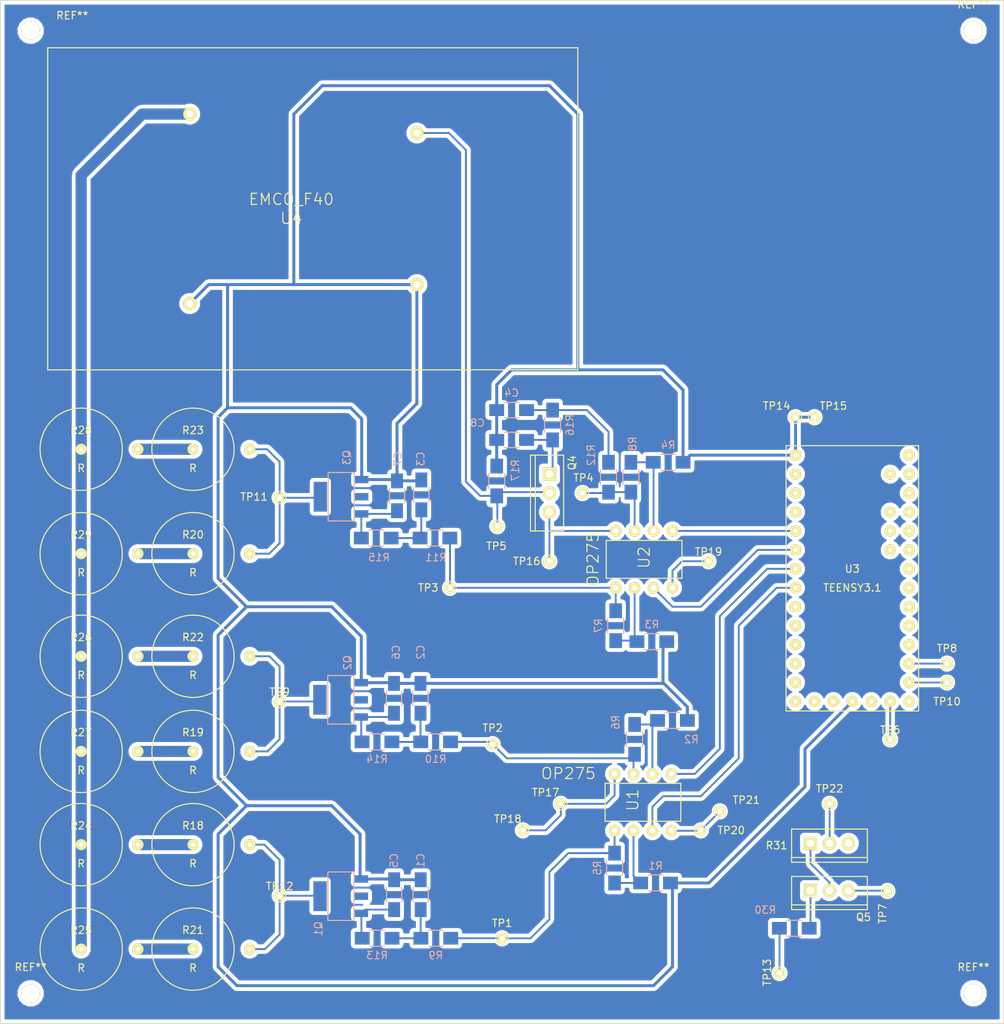
<source format=kicad_pcb>
(kicad_pcb (version 4) (host pcbnew "(2014-10-31 BZR 5247)-product")
  (layers (0 F.Cu signal hide) (31 B.Cu signal) (34 B.Paste user) (35 F.Paste user) (36 B.SilkS user) (37 F.SilkS user) (38 B.Mask user) (39 F.Mask user) (44 Edge.Cuts user))
  (net 0 "")
  (net 1 "Net-(C1-Pad1)")
  (net 2 GND)
  (net 3 "Net-(C2-Pad1)")
  (net 4 "Net-(C3-Pad1)")
  (net 5 "Net-(C4-Pad1)")
  (net 6 "Net-(C5-Pad1)")
  (net 7 "Net-(C6-Pad1)")
  (net 8 "Net-(C7-Pad1)")
  (net 9 "Net-(C8-Pad1)")
  (net 10 +12V)
  (net 11 "Net-(Q4-Pad3)")
  (net 12 "Net-(R1-Pad2)")
  (net 13 "Net-(R2-Pad2)")
  (net 14 "Net-(R3-Pad2)")
  (net 15 "Net-(R4-Pad2)")
  (net 16 "Net-(R5-Pad1)")
  (net 17 "Net-(R10-Pad2)")
  (net 18 "Net-(R11-Pad2)")
  (net 19 "Net-(R12-Pad2)")
  (net 20 "Net-(R18-Pad1)")
  (net 21 "Net-(R19-Pad1)")
  (net 22 "Net-(R20-Pad1)")
  (net 23 "Net-(R21-Pad1)")
  (net 24 "Net-(R22-Pad1)")
  (net 25 "Net-(R23-Pad1)")
  (net 26 "Net-(R24-Pad1)")
  (net 27 "Net-(U1-Pad3)")
  (net 28 -12V)
  (net 29 "Net-(U1-Pad5)")
  (net 30 "Net-(U2-Pad3)")
  (net 31 "Net-(U2-Pad5)")
  (net 32 "Net-(Q5-Pad3)")
  (net 33 "Net-(Q5-Pad1)")
  (net 34 +5V)
  (net 35 "Net-(R31-Pad3)")
  (net 36 "Net-(U3-Pad2)")
  (net 37 "Net-(U3-Pad3)")
  (net 38 "Net-(U3-Pad4)")
  (net 39 "Net-(U3-Pad9)")
  (net 40 "Net-(U3-Pad10)")
  (net 41 "Net-(U3-Pad11)")
  (net 42 "Net-(U3-Pad12)")
  (net 43 "Net-(U3-Pad13)")
  (net 44 "Net-(U3-Pad14)")
  (net 45 "Net-(U3-Pad15)")
  (net 46 "Net-(U3-Pad16)")
  (net 47 "Net-(U3-Pad18)")
  (net 48 "Net-(U3-Pad20)")
  (net 49 "Net-(U3-Pad23)")
  (net 50 "Net-(U3-Pad24)")
  (net 51 "Net-(U3-Pad25)")
  (net 52 "Net-(U3-Pad26)")
  (net 53 "Net-(U3-Pad27)")
  (net 54 "Net-(U3-Pad28)")
  (net 55 "Net-(U3-Pad29)")
  (net 56 "Net-(U3-Pad30)")
  (net 57 "Net-(U3-Pad31)")
  (net 58 "Net-(U3-Pad32)")
  (net 59 "Net-(U3-Pad33)")
  (net 60 "Net-(Q1-Pad2)")
  (net 61 "Net-(Q2-Pad2)")
  (net 62 "Net-(Q3-Pad2)")
  (net 63 "Net-(Q5-Pad2)")
  (net 64 "Net-(R30-Pad2)")
  (net 65 "Net-(TP6-Pad1)")
  (net 66 "Net-(TP8-Pad1)")
  (net 67 "Net-(TP10-Pad1)")
  (module Capacitors_SMD:C_1206_HandSoldering (layer B.Cu) (at 79.244 152.896 90)
    (fp_text reference C1 (at 4.572 0 90) (layer B.SilkS) (effects (justify mirror)))
    (fp_text value C)
    (pad 1 smd rect (at -2 0 90) (size 2 1.6) (layers B.Cu B.Paste B.Mask) (net 1 "Net-(C1-Pad1)"))
    (pad 2 smd rect (at 2 0 90) (size 2 1.6) (layers B.Cu B.Paste B.Mask) (net 2 GND))
  )
  (module Capacitors_SMD:C_1206_HandSoldering (layer B.Cu) (at 79.224 126.575 90)
    (fp_text reference C2 (at 6.179 0.024 90) (layer B.SilkS) (effects (justify mirror)))
    (fp_text value C)
    (pad 1 smd rect (at -2 0 90) (size 2 1.6) (layers B.Cu B.Paste B.Mask) (net 3 "Net-(C2-Pad1)"))
    (pad 2 smd rect (at 2 0 90) (size 2 1.6) (layers B.Cu B.Paste B.Mask) (net 2 GND))
  )
  (module Capacitors_SMD:C_1206_HandSoldering (layer B.Cu) (at 79.335 99.305 90)
    (fp_text reference C3 (at 4.817 -0.087 90) (layer B.SilkS) (effects (justify mirror)))
    (fp_text value C)
    (pad 1 smd rect (at -2 0 90) (size 2 1.6) (layers B.Cu B.Paste B.Mask) (net 4 "Net-(C3-Pad1)"))
    (pad 2 smd rect (at 2 0 90) (size 2 1.6) (layers B.Cu B.Paste B.Mask) (net 2 GND))
  )
  (module Capacitors_SMD:C_1206_HandSoldering (layer B.Cu) (at 91.45 87.94 180)
    (fp_text reference C4 (at 0 2.3 180) (layer B.SilkS) (effects (justify mirror)))
    (fp_text value C)
    (pad 1 smd rect (at -2 0 180) (size 2 1.6) (layers B.Cu B.Paste B.Mask) (net 5 "Net-(C4-Pad1)"))
    (pad 2 smd rect (at 2 0 180) (size 2 1.6) (layers B.Cu B.Paste B.Mask) (net 2 GND))
  )
  (module Capacitors_SMD:C_1206_HandSoldering (layer B.Cu) (at 75.688 152.896 90)
    (fp_text reference C5 (at 4.572 0 90) (layer B.SilkS) (effects (justify mirror)))
    (fp_text value C)
    (pad 1 smd rect (at -2 0 90) (size 2 1.6) (layers B.Cu B.Paste B.Mask) (net 6 "Net-(C5-Pad1)"))
    (pad 2 smd rect (at 2 0 90) (size 2 1.6) (layers B.Cu B.Paste B.Mask) (net 2 GND))
  )
  (module Capacitors_SMD:C_1206_HandSoldering (layer B.Cu) (at 75.668 126.575 90)
    (fp_text reference C6 (at 6.179 0.278 90) (layer B.SilkS) (effects (justify mirror)))
    (fp_text value C)
    (pad 1 smd rect (at -2 0 90) (size 2 1.6) (layers B.Cu B.Paste B.Mask) (net 7 "Net-(C6-Pad1)"))
    (pad 2 smd rect (at 2 0 90) (size 2 1.6) (layers B.Cu B.Paste B.Mask) (net 2 GND))
  )
  (module Capacitors_SMD:C_1206_HandSoldering (layer B.Cu) (at 76.073 99.431 90)
    (fp_text reference C7 (at 4.943 0.127 90) (layer B.SilkS) (effects (justify mirror)))
    (fp_text value C)
    (pad 1 smd rect (at -2 0 90) (size 2 1.6) (layers B.Cu B.Paste B.Mask) (net 8 "Net-(C7-Pad1)"))
    (pad 2 smd rect (at 2 0 90) (size 2 1.6) (layers B.Cu B.Paste B.Mask) (net 2 GND))
  )
  (module Capacitors_SMD:C_1206_HandSoldering (layer B.Cu) (at 91.45 91.94 180)
    (fp_text reference C8 (at 4.582 2.278 180) (layer B.SilkS) (effects (justify mirror)))
    (fp_text value C)
    (pad 1 smd rect (at -2 0 180) (size 2 1.6) (layers B.Cu B.Paste B.Mask) (net 9 "Net-(C8-Pad1)"))
    (pad 2 smd rect (at 2 0 180) (size 2 1.6) (layers B.Cu B.Paste B.Mask) (net 2 GND))
  )
  (module teensy:STN0214 (layer B.Cu) (at 66.798 149.848 270)
    (fp_text reference Q1 (at 7.632 1.266 270) (layer B.SilkS) (effects (justify mirror)))
    (fp_text value STN0214 hide)
    (pad 4 smd rect (at 3.25 1.05 270) (size 4 1.8) (layers B.Cu B.Paste B.Mask) (net 60 "Net-(Q1-Pad2)"))
    (pad 1 smd rect (at 0.95 -4.5 270) (size 1 1.8) (layers B.Cu B.Paste B.Mask) (net 2 GND))
    (pad 2 smd rect (at 3.25 -4.5 270) (size 1 1.8) (layers B.Cu B.Paste B.Mask) (net 60 "Net-(Q1-Pad2)"))
    (pad 3 smd rect (at 5.55 -4.5 270) (size 1 1.8) (layers B.Cu B.Paste B.Mask) (net 6 "Net-(C5-Pad1)"))
  )
  (module teensy:STN0214 (layer B.Cu) (at 66.778 123.527 270)
    (fp_text reference Q2 (at -1.722 -2.652 270) (layer B.SilkS) (effects (justify mirror)))
    (fp_text value STN0214 hide)
    (pad 4 smd rect (at 3.25 1.05 270) (size 4 1.8) (layers B.Cu B.Paste B.Mask) (net 61 "Net-(Q2-Pad2)"))
    (pad 1 smd rect (at 0.95 -4.5 270) (size 1 1.8) (layers B.Cu B.Paste B.Mask) (net 2 GND))
    (pad 2 smd rect (at 3.25 -4.5 270) (size 1 1.8) (layers B.Cu B.Paste B.Mask) (net 61 "Net-(Q2-Pad2)"))
    (pad 3 smd rect (at 5.55 -4.5 270) (size 1 1.8) (layers B.Cu B.Paste B.Mask) (net 7 "Net-(C6-Pad1)"))
  )
  (module teensy:STN0214 (layer B.Cu) (at 66.835 96.305 270)
    (fp_text reference Q3 (at -2 -2.5 270) (layer B.SilkS) (effects (justify mirror)))
    (fp_text value STN0214 hide)
    (pad 4 smd rect (at 3.25 1.05 270) (size 4 1.8) (layers B.Cu B.Paste B.Mask) (net 62 "Net-(Q3-Pad2)"))
    (pad 1 smd rect (at 0.95 -4.5 270) (size 1 1.8) (layers B.Cu B.Paste B.Mask) (net 2 GND))
    (pad 2 smd rect (at 3.25 -4.5 270) (size 1 1.8) (layers B.Cu B.Paste B.Mask) (net 62 "Net-(Q3-Pad2)"))
    (pad 3 smd rect (at 5.55 -4.5 270) (size 1 1.8) (layers B.Cu B.Paste B.Mask) (net 8 "Net-(C7-Pad1)"))
  )
  (module Resistors_SMD:R_1206_HandSoldering (layer B.Cu) (at 110.76 151.325 180)
    (fp_text reference R1 (at 0 2.3 180) (layer B.SilkS) (effects (justify mirror)))
    (fp_text value R)
    (pad 1 smd rect (at -2 0 180) (size 2 1.7) (layers B.Cu B.Paste B.Mask) (net 2 GND))
    (pad 2 smd rect (at 2 0 180) (size 2 1.7) (layers B.Cu B.Paste B.Mask) (net 12 "Net-(R1-Pad2)"))
  )
  (module Resistors_SMD:R_1206_HandSoldering (layer B.Cu) (at 113.03 129.54 180)
    (fp_text reference R2 (at -2.54 -2.54 180) (layer B.SilkS) (effects (justify mirror)))
    (fp_text value R)
    (pad 1 smd rect (at -2 0 180) (size 2 1.7) (layers B.Cu B.Paste B.Mask) (net 2 GND))
    (pad 2 smd rect (at 2 0 180) (size 2 1.7) (layers B.Cu B.Paste B.Mask) (net 13 "Net-(R2-Pad2)"))
  )
  (module Resistors_SMD:R_1206_HandSoldering (layer B.Cu) (at 110.26 118.975 180)
    (fp_text reference R3 (at 0 2.3 180) (layer B.SilkS) (effects (justify mirror)))
    (fp_text value R)
    (pad 1 smd rect (at -2 0 180) (size 2 1.7) (layers B.Cu B.Paste B.Mask) (net 2 GND))
    (pad 2 smd rect (at 2 0 180) (size 2 1.7) (layers B.Cu B.Paste B.Mask) (net 14 "Net-(R3-Pad2)"))
  )
  (module Resistors_SMD:R_1206_HandSoldering (layer B.Cu) (at 112.45 94.94 180)
    (fp_text reference R4 (at 0 2.3 180) (layer B.SilkS) (effects (justify mirror)))
    (fp_text value R)
    (pad 1 smd rect (at -2 0 180) (size 2 1.7) (layers B.Cu B.Paste B.Mask) (net 2 GND))
    (pad 2 smd rect (at 2 0 180) (size 2 1.7) (layers B.Cu B.Paste B.Mask) (net 15 "Net-(R4-Pad2)"))
  )
  (module Resistors_SMD:R_1206_HandSoldering (layer B.Cu) (at 105.26 149.325 270)
    (fp_text reference R5 (at 0 2.3 270) (layer B.SilkS) (effects (justify mirror)))
    (fp_text value R)
    (pad 1 smd rect (at -2 0 270) (size 2 1.7) (layers B.Cu B.Paste B.Mask) (net 16 "Net-(R5-Pad1)"))
    (pad 2 smd rect (at 2 0 270) (size 2 1.7) (layers B.Cu B.Paste B.Mask) (net 12 "Net-(R1-Pad2)"))
  )
  (module Resistors_SMD:R_1206_HandSoldering (layer B.Cu) (at 107.95 132.08 90)
    (fp_text reference R6 (at 2.286 -2.54 90) (layer B.SilkS) (effects (justify mirror)))
    (fp_text value R)
    (pad 1 smd rect (at -2 0 90) (size 2 1.7) (layers B.Cu B.Paste B.Mask) (net 17 "Net-(R10-Pad2)"))
    (pad 2 smd rect (at 2 0 90) (size 2 1.7) (layers B.Cu B.Paste B.Mask) (net 13 "Net-(R2-Pad2)"))
  )
  (module Resistors_SMD:R_1206_HandSoldering (layer B.Cu) (at 105.41 116.84 270)
    (fp_text reference R7 (at 0 2.3 270) (layer B.SilkS) (effects (justify mirror)))
    (fp_text value R)
    (pad 1 smd rect (at -2 0 270) (size 2 1.7) (layers B.Cu B.Paste B.Mask) (net 18 "Net-(R11-Pad2)"))
    (pad 2 smd rect (at 2 0 270) (size 2 1.7) (layers B.Cu B.Paste B.Mask) (net 14 "Net-(R3-Pad2)"))
  )
  (module Resistors_SMD:R_1206_HandSoldering (layer B.Cu) (at 107.45 96.94 90)
    (fp_text reference R8 (at 4.484 0.246 90) (layer B.SilkS) (effects (justify mirror)))
    (fp_text value R)
    (pad 1 smd rect (at -2 0 90) (size 2 1.7) (layers B.Cu B.Paste B.Mask) (net 19 "Net-(R12-Pad2)"))
    (pad 2 smd rect (at 2 0 90) (size 2 1.7) (layers B.Cu B.Paste B.Mask) (net 15 "Net-(R4-Pad2)"))
  )
  (module Resistors_SMD:R_1206_HandSoldering (layer B.Cu) (at 81.276 158.738)
    (fp_text reference R9 (at 0 2.3) (layer B.SilkS) (effects (justify mirror)))
    (fp_text value R)
    (pad 1 smd rect (at -2 0) (size 2 1.7) (layers B.Cu B.Paste B.Mask) (net 1 "Net-(C1-Pad1)"))
    (pad 2 smd rect (at 2 0) (size 2 1.7) (layers B.Cu B.Paste B.Mask) (net 16 "Net-(R5-Pad1)"))
  )
  (module Resistors_SMD:R_1206_HandSoldering (layer B.Cu) (at 81.256 132.417)
    (fp_text reference R10 (at 0 2.3) (layer B.SilkS) (effects (justify mirror)))
    (fp_text value R)
    (pad 1 smd rect (at -2 0) (size 2 1.7) (layers B.Cu B.Paste B.Mask) (net 3 "Net-(C2-Pad1)"))
    (pad 2 smd rect (at 2 0) (size 2 1.7) (layers B.Cu B.Paste B.Mask) (net 17 "Net-(R10-Pad2)"))
  )
  (module Resistors_SMD:R_1206_HandSoldering (layer B.Cu) (at 81.161 105.091)
    (fp_text reference R11 (at 0.119 2.605) (layer B.SilkS) (effects (justify mirror)))
    (fp_text value R)
    (pad 1 smd rect (at -2 0) (size 2 1.7) (layers B.Cu B.Paste B.Mask) (net 4 "Net-(C3-Pad1)"))
    (pad 2 smd rect (at 2 0) (size 2 1.7) (layers B.Cu B.Paste B.Mask) (net 18 "Net-(R11-Pad2)"))
  )
  (module Resistors_SMD:R_1206_HandSoldering (layer B.Cu) (at 104.45 96.94 270)
    (fp_text reference R12 (at -2.96 2.342 270) (layer B.SilkS) (effects (justify mirror)))
    (fp_text value R)
    (pad 1 smd rect (at -2 0 270) (size 2 1.7) (layers B.Cu B.Paste B.Mask) (net 5 "Net-(C4-Pad1)"))
    (pad 2 smd rect (at 2 0 270) (size 2 1.7) (layers B.Cu B.Paste B.Mask) (net 19 "Net-(R12-Pad2)"))
  )
  (module Resistors_SMD:R_1206_HandSoldering (layer B.Cu) (at 73.402 158.738)
    (fp_text reference R13 (at 0 2.3) (layer B.SilkS) (effects (justify mirror)))
    (fp_text value R)
    (pad 1 smd rect (at -2 0) (size 2 1.7) (layers B.Cu B.Paste B.Mask) (net 6 "Net-(C5-Pad1)"))
    (pad 2 smd rect (at 2 0) (size 2 1.7) (layers B.Cu B.Paste B.Mask) (net 1 "Net-(C1-Pad1)"))
  )
  (module Resistors_SMD:R_1206_HandSoldering (layer B.Cu) (at 73.382 132.417)
    (fp_text reference R14 (at 0 2.3) (layer B.SilkS) (effects (justify mirror)))
    (fp_text value R)
    (pad 1 smd rect (at -2 0) (size 2 1.7) (layers B.Cu B.Paste B.Mask) (net 7 "Net-(C6-Pad1)"))
    (pad 2 smd rect (at 2 0) (size 2 1.7) (layers B.Cu B.Paste B.Mask) (net 3 "Net-(C2-Pad1)"))
  )
  (module Resistors_SMD:R_1206_HandSoldering (layer B.Cu) (at 73.287 105.091)
    (fp_text reference R15 (at 0.373 2.605) (layer B.SilkS) (effects (justify mirror)))
    (fp_text value R)
    (pad 1 smd rect (at -2 0) (size 2 1.7) (layers B.Cu B.Paste B.Mask) (net 8 "Net-(C7-Pad1)"))
    (pad 2 smd rect (at 2 0) (size 2 1.7) (layers B.Cu B.Paste B.Mask) (net 4 "Net-(C3-Pad1)"))
  )
  (module Resistors_SMD:R_1206_HandSoldering (layer B.Cu) (at 96.95 89.94 90)
    (fp_text reference R16 (at 0 2.3 90) (layer B.SilkS) (effects (justify mirror)))
    (fp_text value R)
    (pad 1 smd rect (at -2 0 90) (size 2 1.7) (layers B.Cu B.Paste B.Mask) (net 9 "Net-(C8-Pad1)"))
    (pad 2 smd rect (at 2 0 90) (size 2 1.7) (layers B.Cu B.Paste B.Mask) (net 5 "Net-(C4-Pad1)"))
  )
  (module Resistors_SMD:R_1206_HandSoldering (layer B.Cu) (at 89.45 97.44 90)
    (fp_text reference R17 (at 1.428 2.498 90) (layer B.SilkS) (effects (justify mirror)))
    (fp_text value R)
    (pad 1 smd rect (at -2 0 90) (size 2 1.7) (layers B.Cu B.Paste B.Mask) (net 11 "Net-(Q4-Pad3)"))
    (pad 2 smd rect (at 2 0 90) (size 2 1.7) (layers B.Cu B.Paste B.Mask) (net 2 GND))
  )
  (module Connect:PINTST (layer F.Cu) (at 90.17 158.75)
    (fp_text reference TP1 (at 0 -2.032) (layer F.SilkS))
    (fp_text value TP)
    (pad 1 thru_hole circle (at 0 0) (size 1.143 1.143) (drill 0.635) (layers *.Cu *.Mask F.SilkS) (net 16 "Net-(R5-Pad1)"))
  )
  (module Connect:PINTST (layer F.Cu) (at 88.9 132.715)
    (fp_text reference TP2 (at 0 -2.159) (layer F.SilkS))
    (fp_text value TP)
    (pad 1 thru_hole circle (at 0 0) (size 1.143 1.143) (drill 0.635) (layers *.Cu *.Mask F.SilkS) (net 17 "Net-(R10-Pad2)"))
  )
  (module Connect:PINTST (layer F.Cu) (at 83.185 111.76)
    (fp_text reference TP3 (at -2.921 0) (layer F.SilkS))
    (fp_text value Test_point)
    (pad 1 thru_hole circle (at 0 0) (size 1.143 1.143) (drill 0.635) (layers *.Cu *.Mask F.SilkS) (net 18 "Net-(R11-Pad2)"))
  )
  (module Connect:PINTST (layer F.Cu) (at 100.965 99.06)
    (fp_text reference TP4 (at 0.127 -2.032) (layer F.SilkS))
    (fp_text value TP)
    (pad 1 thru_hole circle (at 0 0) (size 1.143 1.143) (drill 0.635) (layers *.Cu *.Mask F.SilkS) (net 19 "Net-(R12-Pad2)"))
  )
  (module Connect:PINTST (layer F.Cu) (at 89.535 103.505)
    (fp_text reference TP5 (at -0.127 2.667) (layer F.SilkS))
    (fp_text value "")
    (pad 1 thru_hole circle (at 0 0) (size 1.143 1.143) (drill 0.635) (layers *.Cu *.Mask F.SilkS) (net 11 "Net-(Q4-Pad3)"))
  )
  (module teensy:OpAmp (layer F.Cu) (at 105.26 144.325 90)
    (fp_text reference U1 (at 4.117 2.436 90) (layer F.SilkS) (effects (font (size 1.5 1.5))))
    (fp_text value OP275 (at 7.673 -6.2 180) (layer F.SilkS) (effects (font (size 1.5 1.5))))
    (pad 1 thru_hole circle (at 0 0 90) (size 1.524 1.524) (drill 0.762) (layers *.Cu *.Mask F.SilkS) (net 16 "Net-(R5-Pad1)"))
    (pad 2 thru_hole circle (at 0 2.54 90) (size 1.524 1.524) (drill 0.762) (layers *.Cu *.Mask F.SilkS) (net 12 "Net-(R1-Pad2)"))
    (pad 3 thru_hole circle (at 0 5.08 90) (size 1.524 1.524) (drill 0.762) (layers *.Cu *.Mask F.SilkS) (net 27 "Net-(U1-Pad3)"))
    (pad 4 thru_hole circle (at 0 7.62 90) (size 1.524 1.524) (drill 0.762) (layers *.Cu *.Mask F.SilkS) (net 28 -12V))
    (pad 8 thru_hole circle (at 7.62 0 90) (size 1.524 1.524) (drill 0.762) (layers *.Cu *.Mask F.SilkS) (net 10 +12V))
    (pad 7 thru_hole circle (at 7.62 2.54 90) (size 1.524 1.524) (drill 0.762) (layers *.Cu *.Mask F.SilkS) (net 17 "Net-(R10-Pad2)"))
    (pad 6 thru_hole circle (at 7.62 5.08 90) (size 1.524 1.524) (drill 0.762) (layers *.Cu *.Mask F.SilkS) (net 13 "Net-(R2-Pad2)"))
    (pad 5 thru_hole circle (at 7.62 7.62 90) (size 1.524 1.524) (drill 0.762) (layers *.Cu *.Mask F.SilkS) (net 29 "Net-(U1-Pad5)"))
  )
  (module teensy:OpAmp (layer F.Cu) (at 105.41 111.76 90)
    (fp_text reference U2 (at 4.064 3.81 90) (layer F.SilkS) (effects (font (size 1.5 1.5))))
    (fp_text value OP275 (at 3.81 -3.048 90) (layer F.SilkS) (effects (font (size 1.5 1.5))))
    (pad 1 thru_hole circle (at 0 0 90) (size 1.524 1.524) (drill 0.762) (layers *.Cu *.Mask F.SilkS) (net 18 "Net-(R11-Pad2)"))
    (pad 2 thru_hole circle (at 0 2.54 90) (size 1.524 1.524) (drill 0.762) (layers *.Cu *.Mask F.SilkS) (net 14 "Net-(R3-Pad2)"))
    (pad 3 thru_hole circle (at 0 5.08 90) (size 1.524 1.524) (drill 0.762) (layers *.Cu *.Mask F.SilkS) (net 30 "Net-(U2-Pad3)"))
    (pad 4 thru_hole circle (at 0 7.62 90) (size 1.524 1.524) (drill 0.762) (layers *.Cu *.Mask F.SilkS) (net 28 -12V))
    (pad 8 thru_hole circle (at 7.62 0 90) (size 1.524 1.524) (drill 0.762) (layers *.Cu *.Mask F.SilkS) (net 10 +12V))
    (pad 7 thru_hole circle (at 7.62 2.54 90) (size 1.524 1.524) (drill 0.762) (layers *.Cu *.Mask F.SilkS) (net 19 "Net-(R12-Pad2)"))
    (pad 6 thru_hole circle (at 7.62 5.08 90) (size 1.524 1.524) (drill 0.762) (layers *.Cu *.Mask F.SilkS) (net 15 "Net-(R4-Pad2)"))
    (pad 5 thru_hole circle (at 7.62 7.62 90) (size 1.524 1.524) (drill 0.762) (layers *.Cu *.Mask F.SilkS) (net 31 "Net-(U2-Pad5)"))
  )
  (module teensy:EMCO_F40 (layer F.Cu) (at 78.74 50.8 180)
    (fp_text reference U4 (at 16.84 -11.43 180) (layer F.SilkS) (effects (font (size 1.5 1.5))))
    (fp_text value EMCO_F40 (at 16.84 -8.89 180) (layer F.SilkS) (effects (font (size 1.5 1.5))))
    (pad 1 thru_hole circle (at 0 0 180) (size 1.78 1.78) (drill 0.97) (layers *.Cu *.Mask F.SilkS) (net 11 "Net-(Q4-Pad3)"))
    (pad 2 thru_hole circle (at 0 -20.32 180) (size 1.78 1.78) (drill 0.97) (layers *.Cu *.Mask F.SilkS) (net 2 GND))
    (pad 4 thru_hole circle (at 30.48 -22.86 180) (size 1.78 1.78) (drill 0.97) (layers *.Cu *.Mask F.SilkS) (net 2 GND))
    (pad 3 thru_hole circle (at 30.48 2.54 180) (size 1.78 1.78) (drill 0.97) (layers *.Cu *.Mask F.SilkS) (net 26 "Net-(R24-Pad1)"))
  )
  (module Discret:TO220_VERT (layer F.Cu) (at 96.52 99.06 180)
    (fp_text reference Q4 (at -3.048 4.064 270) (layer F.SilkS))
    (fp_text value TIPXXX)
    (pad 2 thru_hole circle (at 0 -2.54 180) (size 1.778 1.778) (drill 1.016) (layers *.Cu *.Mask F.SilkS) (net 10 +12V))
    (pad 3 thru_hole circle (at 0 0 180) (size 1.778 1.778) (drill 1.016) (layers *.Cu *.Mask F.SilkS) (net 11 "Net-(Q4-Pad3)"))
    (pad 1 thru_hole rect (at 0 2.54 180) (size 1.778 1.778) (drill 1.016) (layers *.Cu *.Mask F.SilkS) (net 9 "Net-(C8-Pad1)"))
  )
  (module Discret:TO220_VERT (layer F.Cu) (at 134.09 152.36 270)
    (fp_text reference Q5 (at 3.556 -4.572 360) (layer F.SilkS))
    (fp_text value NPN)
    (pad 2 thru_hole circle (at 0 -2.54 270) (size 1.778 1.778) (drill 1.016) (layers *.Cu *.Mask F.SilkS) (net 63 "Net-(Q5-Pad2)"))
    (pad 3 thru_hole circle (at 0 0 270) (size 1.778 1.778) (drill 1.016) (layers *.Cu *.Mask F.SilkS) (net 32 "Net-(Q5-Pad3)"))
    (pad 1 thru_hole rect (at 0 2.54 270) (size 1.778 1.778) (drill 1.016) (layers *.Cu *.Mask F.SilkS) (net 33 "Net-(Q5-Pad1)"))
  )
  (module Resistors_SMD:R_1206_HandSoldering (layer B.Cu) (at 129.37 157.4 180)
    (fp_text reference R30 (at 3.894 2.46 180) (layer B.SilkS) (effects (justify mirror)))
    (fp_text value R)
    (pad 1 smd rect (at -2 0 180) (size 2 1.7) (layers B.Cu B.Paste B.Mask) (net 33 "Net-(Q5-Pad1)"))
    (pad 2 smd rect (at 2 0 180) (size 2 1.7) (layers B.Cu B.Paste B.Mask) (net 64 "Net-(R30-Pad2)"))
  )
  (module teensy:TEENSY3.1 (layer F.Cu) (at 137.16 111.76)
    (fp_text reference U3 (at 0 -2.54) (layer F.SilkS))
    (fp_text value TEENSY3.1 (at 0 0) (layer F.SilkS))
    (pad 1 thru_hole circle (at -7.62 -17.78) (size 1.5 1.5) (drill 0.6) (layers *.Cu *.Mask F.SilkS) (net 2 GND))
    (pad 2 thru_hole circle (at -7.62 -15.24) (size 1.5 1.5) (drill 0.6) (layers *.Cu *.Mask F.SilkS) (net 36 "Net-(U3-Pad2)"))
    (pad 3 thru_hole circle (at -7.62 -12.7) (size 1.5 1.5) (drill 0.6) (layers *.Cu *.Mask F.SilkS) (net 37 "Net-(U3-Pad3)"))
    (pad 4 thru_hole circle (at -7.62 -10.16) (size 1.5 1.5) (drill 0.6) (layers *.Cu *.Mask F.SilkS) (net 38 "Net-(U3-Pad4)"))
    (pad 5 thru_hole circle (at -7.62 -7.62) (size 1.5 1.5) (drill 0.6) (layers *.Cu *.Mask F.SilkS) (net 31 "Net-(U2-Pad5)"))
    (pad 6 thru_hole circle (at -7.62 -5.08) (size 1.5 1.5) (drill 0.6) (layers *.Cu *.Mask F.SilkS) (net 30 "Net-(U2-Pad3)"))
    (pad 7 thru_hole circle (at -7.62 -2.54) (size 1.5 1.5) (drill 0.6) (layers *.Cu *.Mask F.SilkS) (net 29 "Net-(U1-Pad5)"))
    (pad 8 thru_hole circle (at -7.62 0) (size 1.5 1.5) (drill 0.6) (layers *.Cu *.Mask F.SilkS) (net 27 "Net-(U1-Pad3)"))
    (pad 9 thru_hole circle (at -7.62 2.54) (size 1.5 1.5) (drill 0.6) (layers *.Cu *.Mask F.SilkS) (net 39 "Net-(U3-Pad9)"))
    (pad 10 thru_hole circle (at -7.62 5.08) (size 1.5 1.5) (drill 0.6) (layers *.Cu *.Mask F.SilkS) (net 40 "Net-(U3-Pad10)"))
    (pad 11 thru_hole circle (at -7.62 7.62) (size 1.5 1.5) (drill 0.6) (layers *.Cu *.Mask F.SilkS) (net 41 "Net-(U3-Pad11)"))
    (pad 12 thru_hole circle (at -7.62 10.16) (size 1.5 1.5) (drill 0.6) (layers *.Cu *.Mask F.SilkS) (net 42 "Net-(U3-Pad12)"))
    (pad 13 thru_hole circle (at -7.62 12.7) (size 1.5 1.5) (drill 0.6) (layers *.Cu *.Mask F.SilkS) (net 43 "Net-(U3-Pad13)"))
    (pad 14 thru_hole circle (at -7.62 15.24) (size 1.5 1.5) (drill 0.6) (layers *.Cu *.Mask F.SilkS) (net 44 "Net-(U3-Pad14)"))
    (pad 15 thru_hole circle (at -5.08 15.24) (size 1.5 1.5) (drill 0.6) (layers *.Cu *.Mask F.SilkS) (net 45 "Net-(U3-Pad15)"))
    (pad 16 thru_hole circle (at -2.54 15.24) (size 1.5 1.5) (drill 0.6) (layers *.Cu *.Mask F.SilkS) (net 46 "Net-(U3-Pad16)"))
    (pad 17 thru_hole circle (at 0 15.24) (size 1.5 1.5) (drill 0.6) (layers *.Cu *.Mask F.SilkS) (net 2 GND))
    (pad 18 thru_hole circle (at 2.54 15.24) (size 1.5 1.5) (drill 0.6) (layers *.Cu *.Mask F.SilkS) (net 47 "Net-(U3-Pad18)"))
    (pad 19 thru_hole circle (at 5.08 15.24) (size 1.5 1.5) (drill 0.6) (layers *.Cu *.Mask F.SilkS) (net 65 "Net-(TP6-Pad1)"))
    (pad 20 thru_hole circle (at 7.62 15.24) (size 1.5 1.5) (drill 0.6) (layers *.Cu *.Mask F.SilkS) (net 48 "Net-(U3-Pad20)"))
    (pad 21 thru_hole circle (at 7.62 12.7) (size 1.5 1.5) (drill 0.6) (layers *.Cu *.Mask F.SilkS) (net 67 "Net-(TP10-Pad1)"))
    (pad 22 thru_hole circle (at 7.62 10.16) (size 1.5 1.5) (drill 0.6) (layers *.Cu *.Mask F.SilkS) (net 66 "Net-(TP8-Pad1)"))
    (pad 23 thru_hole circle (at 7.62 7.62) (size 1.5 1.5) (drill 0.6) (layers *.Cu *.Mask F.SilkS) (net 49 "Net-(U3-Pad23)"))
    (pad 24 thru_hole circle (at 7.62 5.08) (size 1.5 1.5) (drill 0.6) (layers *.Cu *.Mask F.SilkS) (net 50 "Net-(U3-Pad24)"))
    (pad 25 thru_hole circle (at 7.62 2.54) (size 1.5 1.5) (drill 0.6) (layers *.Cu *.Mask F.SilkS) (net 51 "Net-(U3-Pad25)"))
    (pad 26 thru_hole circle (at 7.62 0) (size 1.5 1.5) (drill 0.6) (layers *.Cu *.Mask F.SilkS) (net 52 "Net-(U3-Pad26)"))
    (pad 27 thru_hole circle (at 7.62 -2.54) (size 1.5 1.5) (drill 0.6) (layers *.Cu *.Mask F.SilkS) (net 53 "Net-(U3-Pad27)"))
    (pad 28 thru_hole circle (at 7.62 -5.08) (size 1.5 1.5) (drill 0.6) (layers *.Cu *.Mask F.SilkS) (net 54 "Net-(U3-Pad28)"))
    (pad 29 thru_hole circle (at 7.62 -7.62) (size 1.5 1.5) (drill 0.6) (layers *.Cu *.Mask F.SilkS) (net 55 "Net-(U3-Pad29)"))
    (pad 30 thru_hole circle (at 7.62 -10.16) (size 1.5 1.5) (drill 0.6) (layers *.Cu *.Mask F.SilkS) (net 56 "Net-(U3-Pad30)"))
    (pad 31 thru_hole circle (at 7.62 -12.7) (size 1.5 1.5) (drill 0.6) (layers *.Cu *.Mask F.SilkS) (net 57 "Net-(U3-Pad31)"))
    (pad 32 thru_hole circle (at 7.62 -15.24) (size 1.5 1.5) (drill 0.6) (layers *.Cu *.Mask F.SilkS) (net 58 "Net-(U3-Pad32)"))
    (pad 33 thru_hole circle (at 7.62 -17.78) (size 1.5 1.5) (drill 0.6) (layers *.Cu *.Mask F.SilkS) (net 59 "Net-(U3-Pad33)"))
    (pad 34 thru_hole circle (at 5.08 -15.24) (size 1.5 1.5) (drill 0.6) (layers *.Cu *.Mask F.SilkS))
    (pad 35 thru_hole circle (at 5.08 -10.16) (size 1.5 1.5) (drill 0.6) (layers *.Cu *.Mask F.SilkS))
    (pad 36 thru_hole circle (at 5.08 -7.62) (size 1.5 1.5) (drill 0.6) (layers *.Cu *.Mask F.SilkS))
    (pad 37 thru_hole circle (at 5.08 -5.08) (size 1.5 1.5) (drill 0.6) (layers *.Cu *.Mask F.SilkS))
  )
  (module teensy:RES_1W (layer F.Cu) (at 48.7 146.19)
    (fp_text reference R18 (at 0 -2.54) (layer F.SilkS))
    (fp_text value R (at 0 2.54) (layer F.SilkS))
    (pad 1 thru_hole circle (at 0 0) (size 1.5 1.5) (drill 0.6) (layers *.Cu *.Mask F.SilkS) (net 20 "Net-(R18-Pad1)"))
    (pad 2 thru_hole circle (at 7.62 0) (size 1.5 1.5) (drill 0.6) (layers *.Cu *.Mask F.SilkS) (net 60 "Net-(Q1-Pad2)"))
  )
  (module teensy:RES_1W (layer F.Cu) (at 48.7 133.69)
    (fp_text reference R19 (at 0 -2.54) (layer F.SilkS))
    (fp_text value R (at 0 2.54) (layer F.SilkS))
    (pad 1 thru_hole circle (at 0 0) (size 1.5 1.5) (drill 0.6) (layers *.Cu *.Mask F.SilkS) (net 21 "Net-(R19-Pad1)"))
    (pad 2 thru_hole circle (at 7.62 0) (size 1.5 1.5) (drill 0.6) (layers *.Cu *.Mask F.SilkS) (net 61 "Net-(Q2-Pad2)"))
  )
  (module teensy:RES_1W (layer F.Cu) (at 48.7 107.19)
    (fp_text reference R20 (at 0 -2.54) (layer F.SilkS))
    (fp_text value R (at 0 2.54) (layer F.SilkS))
    (pad 1 thru_hole circle (at 0 0) (size 1.5 1.5) (drill 0.6) (layers *.Cu *.Mask F.SilkS) (net 22 "Net-(R20-Pad1)"))
    (pad 2 thru_hole circle (at 7.62 0) (size 1.5 1.5) (drill 0.6) (layers *.Cu *.Mask F.SilkS) (net 62 "Net-(Q3-Pad2)"))
  )
  (module teensy:RES_1W (layer F.Cu) (at 48.7 160.19)
    (fp_text reference R21 (at 0 -2.54) (layer F.SilkS))
    (fp_text value R (at 0 2.54) (layer F.SilkS))
    (pad 1 thru_hole circle (at 0 0) (size 1.5 1.5) (drill 0.6) (layers *.Cu *.Mask F.SilkS) (net 23 "Net-(R21-Pad1)"))
    (pad 2 thru_hole circle (at 7.62 0) (size 1.5 1.5) (drill 0.6) (layers *.Cu *.Mask F.SilkS) (net 60 "Net-(Q1-Pad2)"))
  )
  (module teensy:RES_1W (layer F.Cu) (at 48.7 120.94)
    (fp_text reference R22 (at 0 -2.54) (layer F.SilkS))
    (fp_text value R (at 0 2.54) (layer F.SilkS))
    (pad 1 thru_hole circle (at 0 0) (size 1.5 1.5) (drill 0.6) (layers *.Cu *.Mask F.SilkS) (net 24 "Net-(R22-Pad1)"))
    (pad 2 thru_hole circle (at 7.62 0) (size 1.5 1.5) (drill 0.6) (layers *.Cu *.Mask F.SilkS) (net 61 "Net-(Q2-Pad2)"))
  )
  (module teensy:RES_1W (layer F.Cu) (at 48.7 93.19)
    (fp_text reference R23 (at 0 -2.54) (layer F.SilkS))
    (fp_text value R (at 0 2.54) (layer F.SilkS))
    (pad 1 thru_hole circle (at 0 0) (size 1.5 1.5) (drill 0.6) (layers *.Cu *.Mask F.SilkS) (net 25 "Net-(R23-Pad1)"))
    (pad 2 thru_hole circle (at 7.62 0) (size 1.5 1.5) (drill 0.6) (layers *.Cu *.Mask F.SilkS) (net 62 "Net-(Q3-Pad2)"))
  )
  (module teensy:RES_1W (layer F.Cu) (at 33.7 146.19)
    (fp_text reference R24 (at 0 -2.54) (layer F.SilkS))
    (fp_text value R (at 0 2.54) (layer F.SilkS))
    (pad 1 thru_hole circle (at 0 0) (size 1.5 1.5) (drill 0.6) (layers *.Cu *.Mask F.SilkS) (net 26 "Net-(R24-Pad1)"))
    (pad 2 thru_hole circle (at 7.62 0) (size 1.5 1.5) (drill 0.6) (layers *.Cu *.Mask F.SilkS) (net 20 "Net-(R18-Pad1)"))
  )
  (module teensy:RES_1W (layer F.Cu) (at 33.7 160.19)
    (fp_text reference R25 (at 0 -2.54) (layer F.SilkS))
    (fp_text value R (at 0 2.54) (layer F.SilkS))
    (pad 1 thru_hole circle (at 0 0) (size 1.5 1.5) (drill 0.6) (layers *.Cu *.Mask F.SilkS) (net 26 "Net-(R24-Pad1)"))
    (pad 2 thru_hole circle (at 7.62 0) (size 1.5 1.5) (drill 0.6) (layers *.Cu *.Mask F.SilkS) (net 23 "Net-(R21-Pad1)"))
  )
  (module teensy:RES_1W (layer F.Cu) (at 33.7 120.94)
    (fp_text reference R26 (at 0 -2.54) (layer F.SilkS))
    (fp_text value R (at 0 2.54) (layer F.SilkS))
    (pad 1 thru_hole circle (at 0 0) (size 1.5 1.5) (drill 0.6) (layers *.Cu *.Mask F.SilkS) (net 26 "Net-(R24-Pad1)"))
    (pad 2 thru_hole circle (at 7.62 0) (size 1.5 1.5) (drill 0.6) (layers *.Cu *.Mask F.SilkS) (net 24 "Net-(R22-Pad1)"))
  )
  (module teensy:RES_1W (layer F.Cu) (at 33.7 133.69)
    (fp_text reference R27 (at 0 -2.54) (layer F.SilkS))
    (fp_text value R (at 0 2.54) (layer F.SilkS))
    (pad 1 thru_hole circle (at 0 0) (size 1.5 1.5) (drill 0.6) (layers *.Cu *.Mask F.SilkS) (net 26 "Net-(R24-Pad1)"))
    (pad 2 thru_hole circle (at 7.62 0) (size 1.5 1.5) (drill 0.6) (layers *.Cu *.Mask F.SilkS) (net 21 "Net-(R19-Pad1)"))
  )
  (module teensy:RES_1W (layer F.Cu) (at 33.7 93.19)
    (fp_text reference R28 (at 0 -2.54) (layer F.SilkS))
    (fp_text value R (at 0 2.54) (layer F.SilkS))
    (pad 1 thru_hole circle (at 0 0) (size 1.5 1.5) (drill 0.6) (layers *.Cu *.Mask F.SilkS) (net 26 "Net-(R24-Pad1)"))
    (pad 2 thru_hole circle (at 7.62 0) (size 1.5 1.5) (drill 0.6) (layers *.Cu *.Mask F.SilkS) (net 25 "Net-(R23-Pad1)"))
  )
  (module teensy:RES_1W (layer F.Cu) (at 33.7 107.19)
    (fp_text reference R29 (at 0 -2.54) (layer F.SilkS))
    (fp_text value R (at 0 2.54) (layer F.SilkS))
    (pad 1 thru_hole circle (at 0 0) (size 1.5 1.5) (drill 0.6) (layers *.Cu *.Mask F.SilkS) (net 26 "Net-(R24-Pad1)"))
    (pad 2 thru_hole circle (at 7.62 0) (size 1.5 1.5) (drill 0.6) (layers *.Cu *.Mask F.SilkS) (net 22 "Net-(R20-Pad1)"))
  )
  (module teensy:POT (layer F.Cu) (at 134.09 146.01 270)
    (fp_text reference R31 (at 0.294 7.09 360) (layer F.SilkS))
    (fp_text value POT)
    (pad 3 thru_hole circle (at 0 -2.54 270) (size 1.778 1.778) (drill 1.016) (layers *.Cu *.Mask F.SilkS) (net 35 "Net-(R31-Pad3)"))
    (pad 2 thru_hole circle (at 0 0 270) (size 1.778 1.778) (drill 1.016) (layers *.Cu *.Mask F.SilkS) (net 34 +5V))
    (pad 1 thru_hole rect (at 0 2.54 270) (size 1.778 1.778) (drill 1.016) (layers *.Cu *.Mask F.SilkS) (net 32 "Net-(Q5-Pad3)"))
  )
  (module Connect:PINTST (layer F.Cu) (at 142.24 132.08)
    (fp_text reference TP6 (at 0 -1.26746) (layer F.SilkS))
    (fp_text value Test_point)
    (pad 1 thru_hole circle (at 0 0) (size 1.143 1.143) (drill 0.635) (layers *.Cu *.Mask F.SilkS) (net 65 "Net-(TP6-Pad1)"))
  )
  (module Connect:PINTST (layer F.Cu) (at 141.87 152.4 90)
    (fp_text reference TP7 (at -3.048 -0.646 90) (layer F.SilkS))
    (fp_text value Test_point)
    (pad 1 thru_hole circle (at 0 0 90) (size 1.143 1.143) (drill 0.635) (layers *.Cu *.Mask F.SilkS) (net 63 "Net-(Q5-Pad2)"))
  )
  (module Connect:PINTST (layer F.Cu) (at 149.86 121.92)
    (fp_text reference TP8 (at 0 -2.032) (layer F.SilkS))
    (fp_text value A1)
    (pad 1 thru_hole circle (at 0 0) (size 1.143 1.143) (drill 0.635) (layers *.Cu *.Mask F.SilkS) (net 66 "Net-(TP8-Pad1)"))
  )
  (module Connect:PINTST (layer F.Cu) (at 60.325 127)
    (fp_text reference TP9 (at 0 -1.26746) (layer F.SilkS))
    (fp_text value Test_point)
    (pad 1 thru_hole circle (at 0 0) (size 1.143 1.143) (drill 0.635) (layers *.Cu *.Mask F.SilkS) (net 61 "Net-(Q2-Pad2)"))
  )
  (module Connect:PINTST (layer F.Cu) (at 149.86 124.46)
    (fp_text reference TP10 (at 0 2.54) (layer F.SilkS))
    (fp_text value A0)
    (pad 1 thru_hole circle (at 0 0) (size 1.143 1.143) (drill 0.635) (layers *.Cu *.Mask F.SilkS) (net 67 "Net-(TP10-Pad1)"))
  )
  (module Connect:PINTST (layer F.Cu) (at 60.325 99.695)
    (fp_text reference TP11 (at -3.429 -0.127) (layer F.SilkS))
    (fp_text value "")
    (pad 1 thru_hole circle (at 0 0) (size 1.143 1.143) (drill 0.635) (layers *.Cu *.Mask F.SilkS) (net 62 "Net-(Q3-Pad2)"))
  )
  (module Connect:PINTST (layer F.Cu) (at 60.325 153.035)
    (fp_text reference TP12 (at 0 -1.26746) (layer F.SilkS))
    (fp_text value "")
    (pad 1 thru_hole circle (at 0 0) (size 1.143 1.143) (drill 0.635) (layers *.Cu *.Mask F.SilkS) (net 60 "Net-(Q1-Pad2)"))
  )
  (module Connect:PINTST (layer F.Cu) (at 127.39 163.4 90)
    (fp_text reference TP13 (at 0.078 -1.66 90) (layer F.SilkS))
    (fp_text value TP)
    (pad 1 thru_hole circle (at 0 0 90) (size 1.143 1.143) (drill 0.635) (layers *.Cu *.Mask F.SilkS) (net 64 "Net-(R30-Pad2)"))
  )
  (module Connect:PINTST (layer F.Cu) (at 129.54 88.9)
    (fp_text reference TP14 (at -2.54 -1.524) (layer F.SilkS))
    (fp_text value GND)
    (pad 1 thru_hole circle (at 0 0) (size 1.143 1.143) (drill 0.635) (layers *.Cu *.Mask F.SilkS) (net 2 GND))
  )
  (module Connect:PINTST (layer F.Cu) (at 132.08 88.9)
    (fp_text reference TP15 (at 2.54 -1.524) (layer F.SilkS))
    (fp_text value GND)
    (pad 1 thru_hole circle (at 0 0) (size 1.143 1.143) (drill 0.635) (layers *.Cu *.Mask F.SilkS) (net 2 GND))
  )
  (module Connect:PINTST (layer F.Cu) (at 96.52 108.204)
    (fp_text reference TP16 (at -3.048 0) (layer F.SilkS))
    (fp_text value +12V)
    (pad 1 thru_hole circle (at 0 0) (size 1.143 1.143) (drill 0.635) (layers *.Cu *.Mask F.SilkS) (net 10 +12V))
  )
  (module Connect:PINTST (layer F.Cu) (at 98.044 140.716)
    (fp_text reference TP17 (at -2.032 -1.524) (layer F.SilkS))
    (fp_text value +12V)
    (pad 1 thru_hole circle (at 0 0) (size 1.143 1.143) (drill 0.635) (layers *.Cu *.Mask F.SilkS) (net 10 +12V))
  )
  (module Connect:PINTST (layer F.Cu) (at 92.964 144.272)
    (fp_text reference TP18 (at -2.032 -1.524) (layer F.SilkS))
    (fp_text value +12V)
    (pad 1 thru_hole circle (at 0 0) (size 1.143 1.143) (drill 0.635) (layers *.Cu *.Mask F.SilkS) (net 10 +12V))
  )
  (module Connect:PINTST (layer F.Cu) (at 117.856 108.204)
    (fp_text reference TP19 (at 0 -1.26746) (layer F.SilkS))
    (fp_text value -12V)
    (pad 1 thru_hole circle (at 0 0) (size 1.143 1.143) (drill 0.635) (layers *.Cu *.Mask F.SilkS) (net 28 -12V))
  )
  (module Connect:PINTST (layer F.Cu) (at 116.84 144.272)
    (fp_text reference TP20 (at 4.064 0) (layer F.SilkS))
    (fp_text value -12V)
    (pad 1 thru_hole circle (at 0 0) (size 1.143 1.143) (drill 0.635) (layers *.Cu *.Mask F.SilkS) (net 28 -12V))
  )
  (module Connect:PINTST (layer F.Cu) (at 119.38 141.732)
    (fp_text reference TP21 (at 3.556 -1.524) (layer F.SilkS))
    (fp_text value -12V)
    (pad 1 thru_hole circle (at 0 0) (size 1.143 1.143) (drill 0.635) (layers *.Cu *.Mask F.SilkS) (net 28 -12V))
  )
  (module Connect:PINTST (layer F.Cu) (at 134.112 140.716)
    (fp_text reference TP22 (at 0 -2.032) (layer F.SilkS))
    (fp_text value +5V)
    (pad 1 thru_hole circle (at 0 0) (size 1.143 1.143) (drill 0.635) (layers *.Cu *.Mask F.SilkS) (net 34 +5V))
  )
  (module Mounting_Holes:MountingHole_3mm (layer F.Cu) (at 9.144 44.196)
    (fp_text reference REF** (at 0 -4.0005) (layer F.SilkS))
    (fp_text value MountingHole_3mm)
    (pad 1 thru_hole circle (at 0 0) (size 2.99974 2.99974) (drill 2.99974) (layers))
  )
  (module Mounting_Holes:MountingHole_2-5mm (layer F.Cu) (at 26.924 166.116)
    (fp_text reference REF** (at 0 -3.50012) (layer F.SilkS))
    (fp_text value MountingHole_2-5mm)
    (pad 1 thru_hole circle (at 0 0) (size 2.49936 2.49936) (drill 2.49936) (layers))
  )
  (module Mounting_Holes:MountingHole_2-5mm (layer F.Cu) (at 153.416 166.116)
    (fp_text reference REF** (at 0 -3.50012) (layer F.SilkS))
    (fp_text value MountingHole_2-5mm)
    (pad 1 thru_hole circle (at 0 0) (size 2.49936 2.49936) (drill 2.49936) (layers))
  )
  (module Mounting_Holes:MountingHole_2-5mm (layer F.Cu) (at 153.416 37.084)
    (fp_text reference REF** (at 0 -3.50012) (layer F.SilkS))
    (fp_text value "")
    (pad 1 thru_hole circle (at 0 0) (size 2.49936 2.49936) (drill 2.49936) (layers))
  )
  (module Mounting_Holes:MountingHole_2-5mm (layer F.Cu) (at 26.924 37.084)
    (fp_text reference REF** (at 5.588 -2.032) (layer F.SilkS))
    (fp_text value "")
    (pad 1 thru_hole circle (at 0 0) (size 2.49936 2.49936) (drill 2.49936) (layers))
  )
  (gr_line (start 22.86 33.02) (end 157.48 33.02) (angle 90) (layer Edge.Cuts) (width 0.1))
  (gr_line (start 22.86 170.18) (end 22.86 33.02) (angle 90) (layer Edge.Cuts) (width 0.1))
  (gr_line (start 157.48 170.18) (end 22.86 170.18) (angle 90) (layer Edge.Cuts) (width 0.1))
  (gr_line (start 157.48 33.02) (end 157.48 170.18) (angle 90) (layer Edge.Cuts) (width 0.1))
  (gr_line (start 157.48 170.18) (end 157.48 33.02) (angle 90) (layer Edge.Cuts) (width 0.1))
  (gr_line (start 22.86 170.18) (end 157.48 170.18) (angle 90) (layer Edge.Cuts) (width 0.1))
  (segment (start 75.402 158.738) (end 79.276 158.738) (width 0.254) (layer B.Cu) (net 1))
  (segment (start 79.276 158.738) (end 79.244 158.706) (width 0.254) (layer B.Cu) (net 1))
  (segment (start 79.244 158.706) (end 79.244 154.896) (width 0.254) (layer B.Cu) (net 1))
  (segment (start 71.298 150.798) (end 75.59 150.798) (width 0.4) (layer B.Cu) (net 2))
  (segment (start 75.59 150.798) (end 75.688 150.896) (width 0.4) (layer B.Cu) (net 2))
  (segment (start 75.668 124.575) (end 79.224 124.575) (width 0.4) (layer B.Cu) (net 2))
  (segment (start 71.278 124.477) (end 75.57 124.477) (width 0.4) (layer B.Cu) (net 2))
  (segment (start 75.57 124.477) (end 75.668 124.575) (width 0.4) (layer B.Cu) (net 2))
  (segment (start 76.073 97.431) (end 79.209 97.431) (width 0.4) (layer B.Cu) (net 2))
  (segment (start 79.209 97.431) (end 79.335 97.305) (width 0.4) (layer B.Cu) (net 2))
  (segment (start 71.335 97.255) (end 75.897 97.255) (width 0.4) (layer B.Cu) (net 2))
  (segment (start 75.897 97.255) (end 76.073 97.431) (width 0.4) (layer B.Cu) (net 2))
  (segment (start 89.45 91.94) (end 89.45 95.44) (width 0.4) (layer B.Cu) (net 2))
  (segment (start 89.45 87.94) (end 89.45 91.94) (width 0.4) (layer B.Cu) (net 2))
  (segment (start 78.74 71.12) (end 78.74 87.06) (width 0.4) (layer B.Cu) (net 2))
  (segment (start 76.073 89.727) (end 76.073 97.431) (width 0.4) (layer B.Cu) (net 2))
  (segment (start 78.74 87.06) (end 76.073 89.727) (width 0.4) (layer B.Cu) (net 2))
  (segment (start 114.45 85.24) (end 114.45 94.94) (width 0.4) (layer B.Cu) (net 2))
  (segment (start 101.6 82.55) (end 110.49 82.55) (width 0.4) (layer B.Cu) (net 2))
  (segment (start 110.49 82.55) (end 111.76 82.55) (width 0.4) (layer B.Cu) (net 2))
  (segment (start 111.76 82.55) (end 114.45 85.24) (width 0.4) (layer B.Cu) (net 2))
  (segment (start 100.33 82.55) (end 101.6 82.55) (width 0.4) (layer B.Cu) (net 2))
  (segment (start 89.45 84.54) (end 91.44 82.55) (width 0.4) (layer B.Cu) (net 2))
  (segment (start 91.44 82.55) (end 100.33 82.55) (width 0.4) (layer B.Cu) (net 2))
  (segment (start 89.45 87.94) (end 89.45 84.54) (width 0.4) (layer B.Cu) (net 2))
  (segment (start 71.12 124.46) (end 71.278 124.477) (width 0.4) (layer B.Cu) (net 2))
  (segment (start 71.278 124.302) (end 71.12 124.46) (width 0.4) (layer B.Cu) (net 2))
  (segment (start 71.335 89.115) (end 69.85 87.63) (width 0.4) (layer B.Cu) (net 2))
  (segment (start 69.85 87.63) (end 53.34 87.63) (width 0.4) (layer B.Cu) (net 2))
  (segment (start 53.34 87.63) (end 52.07 88.9) (width 0.4) (layer B.Cu) (net 2))
  (segment (start 52.07 88.9) (end 52.07 110.49) (width 0.4) (layer B.Cu) (net 2))
  (segment (start 71.335 97.255) (end 71.335 89.115) (width 0.4) (layer B.Cu) (net 2))
  (segment (start 117.915 151.325) (end 121.92 147.32) (width 0.4) (layer B.Cu) (net 2))
  (segment (start 121.92 147.32) (end 125.73 143.51) (width 0.4) (layer B.Cu) (net 2))
  (segment (start 125.73 143.51) (end 127 142.24) (width 0.4) (layer B.Cu) (net 2))
  (segment (start 127 142.24) (end 128.27 140.97) (width 0.4) (layer B.Cu) (net 2))
  (segment (start 128.27 140.97) (end 130.81 138.43) (width 0.4) (layer B.Cu) (net 2))
  (segment (start 130.81 138.43) (end 130.81 133.35) (width 0.4) (layer B.Cu) (net 2))
  (segment (start 130.81 133.35) (end 137.16 127) (width 0.4) (layer B.Cu) (net 2))
  (segment (start 112.76 151.325) (end 117.915 151.325) (width 0.4) (layer B.Cu) (net 2))
  (segment (start 113.03 151.595) (end 112.76 151.325) (width 0.4) (layer B.Cu) (net 2))
  (segment (start 62.23 64.77) (end 62.23 48.26) (width 0.4) (layer B.Cu) (net 2))
  (segment (start 62.23 48.26) (end 66.04 44.45) (width 0.4) (layer B.Cu) (net 2))
  (segment (start 66.04 44.45) (end 96.52 44.45) (width 0.4) (layer B.Cu) (net 2))
  (segment (start 96.52 44.45) (end 100.33 48.26) (width 0.4) (layer B.Cu) (net 2))
  (segment (start 100.33 48.26) (end 100.33 82.55) (width 0.4) (layer B.Cu) (net 2))
  (segment (start 78.74 71.12) (end 68.58 71.12) (width 0.4) (layer B.Cu) (net 2))
  (segment (start 55.88 140.97) (end 57.15 140.97) (width 0.4) (layer B.Cu) (net 2))
  (segment (start 55.88 140.97) (end 57.15 140.97) (width 0.4) (layer B.Cu) (net 2))
  (segment (start 52.07 118.11) (end 52.07 135.89) (width 0.4) (layer B.Cu) (net 2))
  (segment (start 52.07 135.89) (end 52.07 137.16) (width 0.4) (layer B.Cu) (net 2))
  (segment (start 71.12 150.62) (end 71.298 150.798) (width 0.4) (layer B.Cu) (net 2))
  (segment (start 67.31 140.97) (end 71.12 144.78) (width 0.4) (layer B.Cu) (net 2))
  (segment (start 67.31 140.97) (end 57.15 140.97) (width 0.4) (layer B.Cu) (net 2))
  (segment (start 71.12 150.62) (end 71.12 144.78) (width 0.4) (layer B.Cu) (net 2))
  (segment (start 50.8 71.12) (end 48.26 73.66) (width 0.4) (layer B.Cu) (net 2))
  (segment (start 53.34 71.12) (end 50.8 71.12) (width 0.4) (layer B.Cu) (net 2))
  (segment (start 62.23 71.12) (end 53.34 71.12) (width 0.4) (layer B.Cu) (net 2))
  (segment (start 68.58 71.12) (end 62.23 71.12) (width 0.4) (layer B.Cu) (net 2))
  (segment (start 62.23 64.77) (end 62.23 71.12) (width 0.4) (layer B.Cu) (net 2))
  (segment (start 115.41 93.98) (end 114.45 94.94) (width 0.4) (layer B.Cu) (net 2))
  (segment (start 129.54 93.98) (end 115.41 93.98) (width 0.4) (layer B.Cu) (net 2))
  (segment (start 112.26 118.975) (end 112.625 118.975) (width 0.4) (layer B.Cu) (net 2))
  (segment (start 112.53 119.245) (end 112.26 118.975) (width 0.4) (layer B.Cu) (net 2))
  (segment (start 111.875 124.575) (end 115.03 127.73) (width 0.4) (layer B.Cu) (net 2))
  (segment (start 115.03 127.73) (end 115.03 129.54) (width 0.4) (layer B.Cu) (net 2))
  (segment (start 111.76 124.575) (end 111.875 124.575) (width 0.4) (layer B.Cu) (net 2))
  (segment (start 79.224 124.575) (end 111.76 124.575) (width 0.4) (layer B.Cu) (net 2))
  (segment (start 111.76 119.475) (end 112.26 118.975) (width 0.4) (layer B.Cu) (net 2))
  (segment (start 111.76 124.575) (end 111.76 119.475) (width 0.4) (layer B.Cu) (net 2))
  (segment (start 53.34 87.63) (end 53.34 71.12) (width 0.4) (layer B.Cu) (net 2))
  (segment (start 129.54 93.98) (end 129.54 88.9) (width 0.4) (layer B.Cu) (net 2))
  (segment (start 129.54 88.9) (end 132.08 88.9) (width 0.4) (layer B.Cu) (net 2))
  (segment (start 79.244 150.896) (end 75.688 150.896) (width 0.4) (layer B.Cu) (net 2))
  (segment (start 54.61 165.1) (end 55.88 165.1) (width 0.4) (layer B.Cu) (net 2))
  (segment (start 52.07 162.56) (end 54.61 165.1) (width 0.4) (layer B.Cu) (net 2))
  (segment (start 52.07 146.05) (end 52.07 144.78) (width 0.4) (layer B.Cu) (net 2))
  (segment (start 52.07 146.05) (end 52.07 161.29) (width 0.4) (layer B.Cu) (net 2))
  (segment (start 55.88 165.1) (end 110.49 165.1) (width 0.4) (layer B.Cu) (net 2))
  (segment (start 110.49 165.1) (end 113.03 162.56) (width 0.4) (layer B.Cu) (net 2))
  (segment (start 113.03 162.56) (end 113.03 151.595) (width 0.4) (layer B.Cu) (net 2))
  (segment (start 52.07 144.78) (end 55.88 140.97) (width 0.4) (layer B.Cu) (net 2))
  (segment (start 52.07 161.29) (end 52.07 162.56) (width 0.4) (layer B.Cu) (net 2))
  (segment (start 52.07 137.16) (end 55.88 140.97) (width 0.4) (layer B.Cu) (net 2))
  (segment (start 71.278 118.268) (end 71.278 124.302) (width 0.4) (layer B.Cu) (net 2))
  (segment (start 67.31 114.3) (end 71.278 118.268) (width 0.4) (layer B.Cu) (net 2))
  (segment (start 55.88 114.3) (end 67.31 114.3) (width 0.4) (layer B.Cu) (net 2))
  (segment (start 55.88 114.3) (end 52.07 118.11) (width 0.4) (layer B.Cu) (net 2))
  (segment (start 52.07 110.49) (end 55.88 114.3) (width 0.4) (layer B.Cu) (net 2))
  (segment (start 79.224 128.575) (end 79.224 132.385) (width 0.254) (layer B.Cu) (net 3))
  (segment (start 79.224 132.385) (end 79.256 132.417) (width 0.254) (layer B.Cu) (net 3))
  (segment (start 75.382 132.417) (end 79.256 132.417) (width 0.254) (layer B.Cu) (net 3))
  (segment (start 79.335 101.305) (end 79.335 104.917) (width 0.254) (layer B.Cu) (net 4))
  (segment (start 79.335 104.917) (end 79.161 105.091) (width 0.254) (layer B.Cu) (net 4))
  (segment (start 75.287 105.091) (end 79.161 105.091) (width 0.254) (layer B.Cu) (net 4))
  (segment (start 96.95 87.94) (end 101.55 87.94) (width 0.254) (layer B.Cu) (net 5))
  (segment (start 104.45 90.84) (end 104.45 94.94) (width 0.254) (layer B.Cu) (net 5))
  (segment (start 101.55 87.94) (end 104.45 90.84) (width 0.254) (layer B.Cu) (net 5))
  (segment (start 93.45 87.94) (end 96.95 87.94) (width 0.254) (layer B.Cu) (net 5))
  (segment (start 75.688 154.896) (end 71.8 154.896) (width 0.254) (layer B.Cu) (net 6))
  (segment (start 71.8 154.896) (end 71.298 155.398) (width 0.254) (layer B.Cu) (net 6))
  (segment (start 71.298 155.398) (end 71.298 158.634) (width 0.254) (layer B.Cu) (net 6))
  (segment (start 71.298 158.634) (end 71.402 158.738) (width 0.254) (layer B.Cu) (net 6))
  (segment (start 71.278 129.077) (end 75.166 129.077) (width 0.254) (layer B.Cu) (net 7))
  (segment (start 75.166 129.077) (end 75.668 128.575) (width 0.254) (layer B.Cu) (net 7))
  (segment (start 71.278 129.077) (end 71.278 132.313) (width 0.254) (layer B.Cu) (net 7))
  (segment (start 71.278 132.313) (end 71.382 132.417) (width 0.254) (layer B.Cu) (net 7))
  (segment (start 71.287 105.091) (end 71.287 101.903) (width 0.254) (layer B.Cu) (net 8))
  (segment (start 71.287 101.903) (end 71.335 101.855) (width 0.254) (layer B.Cu) (net 8))
  (segment (start 71.335 101.855) (end 75.649 101.855) (width 0.254) (layer B.Cu) (net 8))
  (segment (start 75.649 101.855) (end 76.073 101.431) (width 0.254) (layer B.Cu) (net 8))
  (segment (start 96.95 91.94) (end 96.95 96.4) (width 0.254) (layer B.Cu) (net 9))
  (segment (start 93.45 91.94) (end 96.95 91.94) (width 0.254) (layer B.Cu) (net 9))
  (segment (start 97.07 101.6) (end 96.95 101.48) (width 0.254) (layer B.Cu) (net 10))
  (segment (start 99.06 104.14) (end 105.41 104.14) (width 0.254) (layer B.Cu) (net 10))
  (segment (start 96.52 104.14) (end 96.52 101.6) (width 0.254) (layer B.Cu) (net 10))
  (segment (start 96.52 108.204) (end 96.52 104.14) (width 0.254) (layer B.Cu) (net 10))
  (segment (start 96.52 104.14) (end 99.06 104.14) (width 0.254) (layer B.Cu) (net 10))
  (segment (start 96.012 144.272) (end 97.028 143.256) (width 0.254) (layer B.Cu) (net 10))
  (segment (start 97.028 143.256) (end 98.044 142.24) (width 0.254) (layer B.Cu) (net 10))
  (segment (start 98.044 142.24) (end 98.044 140.716) (width 0.254) (layer B.Cu) (net 10))
  (segment (start 92.964 144.272) (end 96.012 144.272) (width 0.254) (layer B.Cu) (net 10))
  (segment (start 104.14 140.716) (end 105.26 139.596) (width 0.254) (layer B.Cu) (net 10))
  (segment (start 105.26 139.596) (end 105.26 136.705) (width 0.254) (layer B.Cu) (net 10))
  (segment (start 98.044 140.716) (end 104.14 140.716) (width 0.254) (layer B.Cu) (net 10))
  (segment (start 89.535 103.505) (end 89.535 99.525) (width 0.254) (layer B.Cu) (net 11))
  (segment (start 89.535 99.525) (end 89.45 99.44) (width 0.254) (layer B.Cu) (net 11))
  (segment (start 96.95 98.94) (end 89.95 98.94) (width 0.254) (layer B.Cu) (net 11))
  (segment (start 89.95 98.94) (end 89.45 99.44) (width 0.254) (layer B.Cu) (net 11))
  (segment (start 78.74 50.8) (end 83.04 50.8) (width 0.254) (layer B.Cu) (net 11))
  (segment (start 87.23 99.44) (end 89.45 99.44) (width 0.254) (layer B.Cu) (net 11))
  (segment (start 85.32 97.53) (end 87.23 99.44) (width 0.254) (layer B.Cu) (net 11))
  (segment (start 85.32 53.08) (end 85.32 97.53) (width 0.254) (layer B.Cu) (net 11))
  (segment (start 83.04 50.8) (end 85.32 53.08) (width 0.254) (layer B.Cu) (net 11))
  (segment (start 105.26 151.325) (end 108.76 151.325) (width 0.254) (layer B.Cu) (net 12))
  (segment (start 108.76 151.325) (end 107.95 150.515) (width 0.254) (layer B.Cu) (net 12))
  (segment (start 107.95 144.475) (end 107.8 144.325) (width 0.254) (layer B.Cu) (net 12))
  (segment (start 107.8 150.365) (end 108.76 151.325) (width 0.254) (layer B.Cu) (net 12))
  (segment (start 107.8 144.325) (end 107.8 150.365) (width 0.254) (layer B.Cu) (net 12))
  (segment (start 111.01 129.325) (end 110.34 129.995) (width 0.254) (layer B.Cu) (net 13))
  (segment (start 110.34 129.995) (end 110.34 136.705) (width 0.254) (layer B.Cu) (net 13))
  (segment (start 110.49 130.08) (end 111.03 129.54) (width 0.254) (layer B.Cu) (net 13))
  (segment (start 107.95 130.08) (end 110.49 130.08) (width 0.254) (layer B.Cu) (net 13))
  (segment (start 107.775 118.84) (end 105.41 118.84) (width 0.254) (layer B.Cu) (net 14))
  (segment (start 107.95 118.665) (end 107.775 118.84) (width 0.254) (layer B.Cu) (net 14))
  (segment (start 107.95 111.76) (end 107.95 118.665) (width 0.254) (layer B.Cu) (net 14))
  (segment (start 107.45 94.94) (end 110.45 94.94) (width 0.254) (layer B.Cu) (net 15))
  (segment (start 110.45 94.94) (end 110.49 94.98) (width 0.254) (layer B.Cu) (net 15))
  (segment (start 110.49 101.6) (end 110.49 94.98) (width 0.254) (layer B.Cu) (net 15))
  (segment (start 110.49 104.14) (end 110.49 101.6) (width 0.254) (layer B.Cu) (net 15))
  (segment (start 83.276 158.738) (end 90.158 158.738) (width 0.254) (layer B.Cu) (net 16))
  (segment (start 90.158 158.738) (end 90.17 158.75) (width 0.254) (layer B.Cu) (net 16))
  (segment (start 90.17 158.75) (end 93.98 158.75) (width 0.254) (layer B.Cu) (net 16))
  (segment (start 93.98 158.75) (end 96.52 156.21) (width 0.254) (layer B.Cu) (net 16))
  (segment (start 96.52 156.21) (end 96.52 149.86) (width 0.254) (layer B.Cu) (net 16))
  (segment (start 96.52 149.86) (end 99.055 147.325) (width 0.254) (layer B.Cu) (net 16))
  (segment (start 99.055 147.325) (end 105.26 147.325) (width 0.254) (layer B.Cu) (net 16))
  (segment (start 105.26 144.325) (end 105.26 147.325) (width 0.254) (layer B.Cu) (net 16))
  (segment (start 107.76 136.665) (end 107.8 136.705) (width 0.254) (layer B.Cu) (net 17))
  (segment (start 83.256 132.417) (end 88.602 132.417) (width 0.254) (layer B.Cu) (net 17))
  (segment (start 88.602 132.417) (end 88.9 132.715) (width 0.254) (layer B.Cu) (net 17))
  (segment (start 90.805 134.62) (end 88.9 132.715) (width 0.254) (layer B.Cu) (net 17))
  (segment (start 107.41 134.62) (end 90.805 134.62) (width 0.254) (layer B.Cu) (net 17))
  (segment (start 107.8 134.23) (end 107.41 134.62) (width 0.254) (layer B.Cu) (net 17))
  (segment (start 107.8 134.23) (end 107.95 134.08) (width 0.254) (layer B.Cu) (net 17))
  (segment (start 107.8 136.705) (end 107.8 134.23) (width 0.254) (layer B.Cu) (net 17))
  (segment (start 83.185 111.76) (end 83.185 105.115) (width 0.254) (layer B.Cu) (net 18))
  (segment (start 83.185 105.115) (end 83.161 105.091) (width 0.254) (layer B.Cu) (net 18))
  (segment (start 83.185 111.76) (end 105.41 111.76) (width 0.254) (layer B.Cu) (net 18))
  (segment (start 105.41 111.76) (end 105.41 114.84) (width 0.254) (layer B.Cu) (net 18))
  (segment (start 100.965 99.06) (end 104.33 99.06) (width 0.254) (layer B.Cu) (net 19))
  (segment (start 104.33 99.06) (end 104.45 98.94) (width 0.254) (layer B.Cu) (net 19))
  (segment (start 104.45 98.94) (end 107.45 98.94) (width 0.254) (layer B.Cu) (net 19))
  (segment (start 107.95 99.44) (end 107.45 98.94) (width 0.254) (layer B.Cu) (net 19))
  (segment (start 107.95 99.44) (end 107.45 98.94) (width 0.254) (layer B.Cu) (net 19))
  (segment (start 107.95 104.14) (end 107.95 99.44) (width 0.254) (layer B.Cu) (net 19))
  (segment (start 41.32 146.19) (end 48.7 146.19) (width 1.5) (layer B.Cu) (net 20))
  (segment (start 41.32 133.69) (end 48.7 133.69) (width 1.5) (layer B.Cu) (net 21))
  (segment (start 41.32 107.19) (end 48.7 107.19) (width 1.5) (layer B.Cu) (net 22))
  (segment (start 41.32 160.19) (end 48.7 160.19) (width 1.5) (layer B.Cu) (net 23))
  (segment (start 41.32 120.94) (end 48.7 120.94) (width 1.5) (layer B.Cu) (net 24))
  (segment (start 41.32 93.19) (end 48.7 93.19) (width 1.5) (layer B.Cu) (net 25))
  (segment (start 33.7 56.47) (end 33.7 93.19) (width 1.5) (layer B.Cu) (net 26))
  (segment (start 48.26 48.26) (end 41.91 48.26) (width 1.5) (layer B.Cu) (net 26))
  (segment (start 41.91 48.26) (end 33.7 56.47) (width 1.5) (layer B.Cu) (net 26))
  (segment (start 33.67 93.16) (end 33.7 93.19) (width 1.5) (layer B.Cu) (net 26))
  (segment (start 33.7 120.94) (end 33.7 133.69) (width 1.5) (layer B.Cu) (net 26))
  (segment (start 33.7 133.69) (end 33.7 146.19) (width 1.5) (layer B.Cu) (net 26))
  (segment (start 33.7 146.19) (end 33.7 160.19) (width 1.5) (layer B.Cu) (net 26))
  (segment (start 33.7 107.19) (end 33.7 120.94) (width 1.5) (layer B.Cu) (net 26))
  (segment (start 33.7 107.19) (end 33.7 93.19) (width 1.5) (layer B.Cu) (net 26))
  (segment (start 129.54 111.76) (end 127 111.76) (width 0.254) (layer B.Cu) (net 27))
  (segment (start 110.34 141.12) (end 110.34 144.325) (width 0.254) (layer B.Cu) (net 27))
  (segment (start 111.76 139.7) (end 110.34 141.12) (width 0.254) (layer B.Cu) (net 27))
  (segment (start 116.84 139.7) (end 111.76 139.7) (width 0.254) (layer B.Cu) (net 27))
  (segment (start 121.92 134.62) (end 116.84 139.7) (width 0.254) (layer B.Cu) (net 27))
  (segment (start 121.92 116.84) (end 121.92 134.62) (width 0.254) (layer B.Cu) (net 27))
  (segment (start 127 111.76) (end 121.92 116.84) (width 0.254) (layer B.Cu) (net 27))
  (segment (start 116.787 144.325) (end 119.38 141.732) (width 0.254) (layer B.Cu) (net 28))
  (segment (start 112.88 144.325) (end 116.787 144.325) (width 0.254) (layer B.Cu) (net 28))
  (segment (start 113.03 109.474) (end 114.3 108.204) (width 0.254) (layer B.Cu) (net 28))
  (segment (start 114.3 108.204) (end 117.856 108.204) (width 0.254) (layer B.Cu) (net 28))
  (segment (start 113.03 111.76) (end 113.03 109.474) (width 0.254) (layer B.Cu) (net 28))
  (segment (start 125.73 109.22) (end 129.54 109.22) (width 0.254) (layer B.Cu) (net 29))
  (segment (start 119.38 115.57) (end 125.73 109.22) (width 0.254) (layer B.Cu) (net 29))
  (segment (start 119.38 133.35) (end 119.38 115.57) (width 0.254) (layer B.Cu) (net 29))
  (segment (start 116.025 136.705) (end 119.38 133.35) (width 0.254) (layer B.Cu) (net 29))
  (segment (start 112.88 136.705) (end 116.025 136.705) (width 0.254) (layer B.Cu) (net 29))
  (segment (start 113.03 114.3) (end 116.84 114.3) (width 0.254) (layer B.Cu) (net 30))
  (segment (start 116.84 114.3) (end 124.46 106.68) (width 0.254) (layer B.Cu) (net 30))
  (segment (start 124.46 106.68) (end 129.54 106.68) (width 0.254) (layer B.Cu) (net 30))
  (segment (start 110.49 111.76) (end 113.03 114.3) (width 0.254) (layer B.Cu) (net 30))
  (segment (start 113.03 104.14) (end 129.54 104.14) (width 0.254) (layer B.Cu) (net 31))
  (segment (start 134.09 152.36) (end 134.09 151.25) (width 0.254) (layer B.Cu) (net 32))
  (segment (start 131.55 148.71) (end 131.55 146.01) (width 0.254) (layer B.Cu) (net 32))
  (segment (start 134.09 151.25) (end 131.55 148.71) (width 0.254) (layer B.Cu) (net 32))
  (segment (start 131.55 152.36) (end 131.55 157.22) (width 0.254) (layer B.Cu) (net 33))
  (segment (start 131.55 157.22) (end 131.37 157.4) (width 0.254) (layer B.Cu) (net 33))
  (segment (start 134.112 145.988) (end 134.09 146.01) (width 0.254) (layer B.Cu) (net 34))
  (segment (start 134.112 140.716) (end 134.112 145.988) (width 0.254) (layer B.Cu) (net 34))
  (segment (start 56.32 160.19) (end 58.37 160.19) (width 0.254) (layer B.Cu) (net 60))
  (segment (start 60.325 158.235) (end 60.325 153.035) (width 0.254) (layer B.Cu) (net 60))
  (segment (start 58.37 160.19) (end 60.325 158.235) (width 0.254) (layer B.Cu) (net 60))
  (segment (start 56.32 146.19) (end 58.27 146.19) (width 0.254) (layer B.Cu) (net 60))
  (segment (start 60.325 148.245) (end 60.325 153.035) (width 0.254) (layer B.Cu) (net 60))
  (segment (start 58.27 146.19) (end 60.325 148.245) (width 0.254) (layer B.Cu) (net 60))
  (segment (start 60.325 153.035) (end 65.685 153.035) (width 0.254) (layer B.Cu) (net 60))
  (segment (start 65.685 153.035) (end 65.748 153.098) (width 0.254) (layer B.Cu) (net 60))
  (segment (start 56.32 120.94) (end 58.96 120.94) (width 0.254) (layer B.Cu) (net 61))
  (segment (start 60.325 122.305) (end 60.325 127) (width 0.254) (layer B.Cu) (net 61))
  (segment (start 58.96 120.94) (end 60.325 122.305) (width 0.254) (layer B.Cu) (net 61))
  (segment (start 60.07 126.745) (end 60.325 127) (width 0.254) (layer B.Cu) (net 61))
  (segment (start 56.32 133.69) (end 58.7 133.69) (width 0.254) (layer B.Cu) (net 61))
  (segment (start 60.325 132.065) (end 60.325 127) (width 0.254) (layer B.Cu) (net 61))
  (segment (start 58.7 133.69) (end 60.325 132.065) (width 0.254) (layer B.Cu) (net 61))
  (segment (start 60.325 127) (end 65.505 127) (width 0.254) (layer B.Cu) (net 61))
  (segment (start 65.505 127) (end 65.728 126.777) (width 0.254) (layer B.Cu) (net 61))
  (segment (start 60.325 99.695) (end 65.645 99.695) (width 0.254) (layer B.Cu) (net 62))
  (segment (start 65.645 99.695) (end 65.785 99.555) (width 0.254) (layer B.Cu) (net 62))
  (segment (start 60.075 99.945) (end 60.325 99.695) (width 0.254) (layer B.Cu) (net 62))
  (segment (start 58.646 93.19) (end 60.325 94.869) (width 0.254) (layer B.Cu) (net 62))
  (segment (start 60.325 94.869) (end 60.325 99.695) (width 0.254) (layer B.Cu) (net 62))
  (segment (start 56.32 93.19) (end 58.646 93.19) (width 0.254) (layer B.Cu) (net 62))
  (segment (start 58.926 107.19) (end 60.325 105.791) (width 0.254) (layer B.Cu) (net 62))
  (segment (start 60.325 105.791) (end 60.325 99.695) (width 0.254) (layer B.Cu) (net 62))
  (segment (start 56.32 107.19) (end 58.926 107.19) (width 0.254) (layer B.Cu) (net 62))
  (segment (start 136.63 152.36) (end 141.83 152.36) (width 0.254) (layer B.Cu) (net 63))
  (segment (start 141.83 152.36) (end 141.87 152.4) (width 0.254) (layer B.Cu) (net 63))
  (segment (start 127.39 163.4) (end 127.39 157.42) (width 0.254) (layer B.Cu) (net 64))
  (segment (start 127.39 157.42) (end 127.37 157.4) (width 0.254) (layer B.Cu) (net 64))
  (segment (start 127.12 157.15) (end 127.37 157.4) (width 0.254) (layer B.Cu) (net 64))
  (segment (start 142.24 127) (end 142.24 132.08) (width 0.254) (layer B.Cu) (net 65))
  (segment (start 144.78 121.92) (end 149.86 121.92) (width 0.254) (layer B.Cu) (net 66))
  (segment (start 149.86 124.46) (end 144.78 124.46) (width 0.254) (layer B.Cu) (net 67))
  (zone (net 0) (net_name "") (layer B.Cu) (connect_pads (clearance 0.508)) (min_thickness 0.254) (fill yes (arc_segments 16) (thermal_gap 0.508) (thermal_bridge_width 0.508))
    (polygon (pts (xy 157.48 170.18) (xy 22.86 170.18) (xy 22.86 33.02) (xy 157.48 33.02)))
  )
)
</source>
